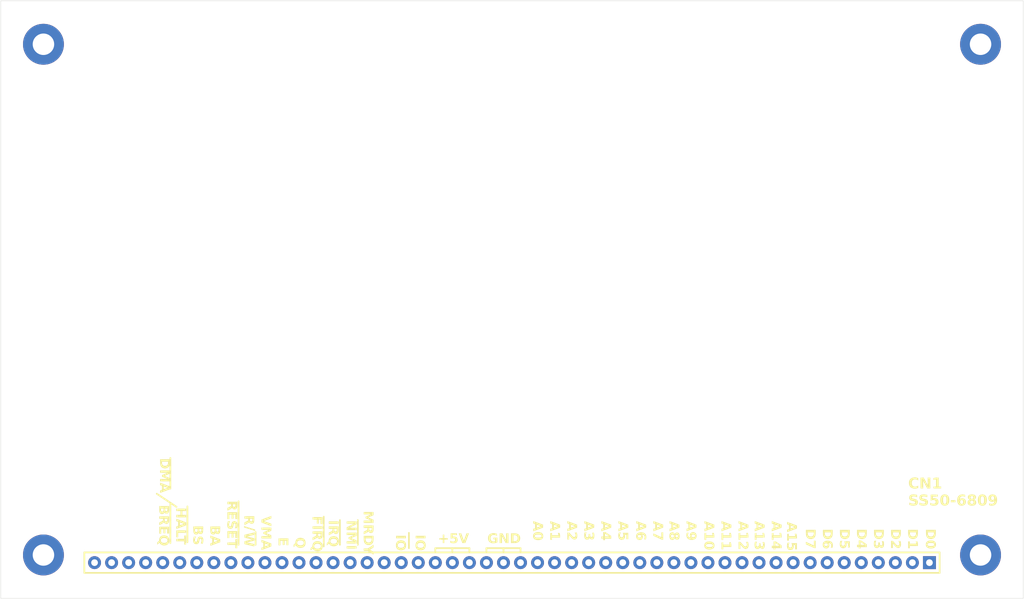
<source format=kicad_pcb>
(kicad_pcb (version 20240108) (generator "pcbnew") (generator_version "8.0")
  (layers (0 "F.Cu" signal "Top Layer") (31 "B.Cu" signal "Bottom Layer") (34 "B.Paste" user "Bottom Paste") (35 "F.Paste" user "Top Paste") (36 "B.SilkS" user "Bottom Overlay") (37 "F.SilkS" user "Top Overlay") (38 "B.Mask" user "Bottom Solder") (39 "F.Mask" user "Top Solder") (44 "Edge.Cuts" user))
  (net 0 "")
  (footprint "" (layer "F.Cu") (at 218.3511 143.1036)
    (property "Reference" "" (at 0 0 0) (layer "F.SilkS") (effects (font (size 1.27 1.27))))
    (property "Value" "")
    (pad "1" thru_hole circle (at 0 0) (size 6.096 6.096) (drill 3.2) (layers "*.Cu" "*.Mask"))
  )
  (footprint "" (layer "F.Cu") (at 78.6511 66.9036)
    (property "Reference" "" (at 0 0 0) (layer "F.SilkS") (effects (font (size 1.27 1.27))))
    (property "Value" "")
    (pad "1" thru_hole circle (at 0 0) (size 6.096 6.096) (drill 3.2) (layers "*.Cu" "*.Mask"))
  )
  (footprint "ThroughHole.PcbLib:SIL50" (layer "F.Cu") (at 210.7311 144.2466 -90)
    (property "Reference" "CN1" (at -10.795 3.175 0) (layer "F.SilkS") (effects (font (size 1.6002 1.6002) (thickness 0.254) (bold yes)) (justify left bottom)))
    (property "Value" "SS50-6809" (at -8.255 3.175 0) (layer "F.SilkS") (effects (font (size 1.6002 1.6002) (thickness 0.254) (bold yes)) (justify left bottom)))
    (fp_line (start -1.524 125.984) (end -1.524 -1.524) (stroke (width 0.254)) (layer "F.SilkS"))
    (fp_line (start 1.524 125.984) (end -1.524 125.984) (stroke (width 0.254)) (layer "F.SilkS"))
    (fp_line (start 1.524 125.984) (end 1.524 -1.524) (stroke (width 0.254)) (layer "F.SilkS"))
    (fp_line (start 1.524 -1.524) (end -1.524 -1.524) (stroke (width 0.254)) (layer "F.SilkS"))
    (pad "1" thru_hole rect (at 0 0 270) (size 1.9304 1.9304) (drill 1) (layers "*.Cu" "*.Mask"))
    (pad "2" thru_hole circle (at 0 2.54 270) (size 1.9304 1.9304) (drill 1) (layers "*.Cu" "*.Mask"))
    (pad "3" thru_hole circle (at 0 5.08 270) (size 1.9304 1.9304) (drill 1) (layers "*.Cu" "*.Mask"))
    (pad "4" thru_hole circle (at 0 7.62 270) (size 1.9304 1.9304) (drill 1) (layers "*.Cu" "*.Mask"))
    (pad "5" thru_hole circle (at 0 10.16 270) (size 1.9304 1.9304) (drill 1) (layers "*.Cu" "*.Mask"))
    (pad "6" thru_hole circle (at 0 12.7 270) (size 1.9304 1.9304) (drill 1) (layers "*.Cu" "*.Mask"))
    (pad "7" thru_hole circle (at 0 15.24 270) (size 1.9304 1.9304) (drill 1) (layers "*.Cu" "*.Mask"))
    (pad "8" thru_hole circle (at 0 17.78 270) (size 1.9304 1.9304) (drill 1) (layers "*.Cu" "*.Mask"))
    (pad "9" thru_hole circle (at 0 20.32 270) (size 1.9304 1.9304) (drill 1) (layers "*.Cu" "*.Mask"))
    (pad "10" thru_hole circle (at 0 22.86 270) (size 1.9304 1.9304) (drill 1) (layers "*.Cu" "*.Mask"))
    (pad "11" thru_hole circle (at 0 25.4 270) (size 1.9304 1.9304) (drill 1) (layers "*.Cu" "*.Mask"))
    (pad "12" thru_hole circle (at 0 27.94 270) (size 1.9304 1.9304) (drill 1) (layers "*.Cu" "*.Mask"))
    (pad "13" thru_hole circle (at 0 30.48 270) (size 1.9304 1.9304) (drill 1) (layers "*.Cu" "*.Mask"))
    (pad "14" thru_hole circle (at 0 33.02 270) (size 1.9304 1.9304) (drill 1) (layers "*.Cu" "*.Mask"))
    (pad "15" thru_hole circle (at 0 35.56 270) (size 1.9304 1.9304) (drill 1) (layers "*.Cu" "*.Mask"))
    (pad "16" thru_hole circle (at 0 38.1 270) (size 1.9304 1.9304) (drill 1) (layers "*.Cu" "*.Mask"))
    (pad "17" thru_hole circle (at 0 40.64 270) (size 1.9304 1.9304) (drill 1) (layers "*.Cu" "*.Mask"))
    (pad "18" thru_hole circle (at 0 43.18 270) (size 1.9304 1.9304) (drill 1) (layers "*.Cu" "*.Mask"))
    (pad "19" thru_hole circle (at 0 45.72 270) (size 1.9304 1.9304) (drill 1) (layers "*.Cu" "*.Mask"))
    (pad "20" thru_hole circle (at 0 48.26 270) (size 1.9304 1.9304) (drill 1) (layers "*.Cu" "*.Mask"))
    (pad "21" thru_hole circle (at 0 50.8 270) (size 1.9304 1.9304) (drill 1) (layers "*.Cu" "*.Mask"))
    (pad "22" thru_hole circle (at 0 53.34 270) (size 1.9304 1.9304) (drill 1) (layers "*.Cu" "*.Mask"))
    (pad "23" thru_hole circle (at 0 55.88 270) (size 1.9304 1.9304) (drill 1) (layers "*.Cu" "*.Mask"))
    (pad "24" thru_hole circle (at 0 58.42 270) (size 1.9304 1.9304) (drill 1) (layers "*.Cu" "*.Mask"))
    (pad "25" thru_hole circle (at 0 60.96 270) (size 1.9304 1.9304) (drill 1) (layers "*.Cu" "*.Mask"))
    (pad "26" thru_hole circle (at 0 63.5 270) (size 1.9304 1.9304) (drill 1) (layers "*.Cu" "*.Mask"))
    (pad "27" thru_hole circle (at 0 66.04 270) (size 1.9304 1.9304) (drill 1) (layers "*.Cu" "*.Mask"))
    (pad "28" thru_hole circle (at 0 68.58 270) (size 1.9304 1.9304) (drill 1) (layers "*.Cu" "*.Mask"))
    (pad "29" thru_hole circle (at 0 71.12 270) (size 1.9304 1.9304) (drill 1) (layers "*.Cu" "*.Mask"))
    (pad "30" thru_hole circle (at 0 73.66 270) (size 1.9304 1.9304) (drill 1) (layers "*.Cu" "*.Mask"))
    (pad "31" thru_hole circle (at 0 76.2 270) (size 1.9304 1.9304) (drill 1) (layers "*.Cu" "*.Mask"))
    (pad "32" thru_hole circle (at 0 78.74 270) (size 1.9304 1.9304) (drill 1) (layers "*.Cu" "*.Mask"))
    (pad "33" thru_hole circle (at 0 81.28 270) (size 1.9304 1.9304) (drill 1) (layers "*.Cu" "*.Mask"))
    (pad "34" thru_hole circle (at 0 83.82 270) (size 1.9304 1.9304) (drill 1) (layers "*.Cu" "*.Mask"))
    (pad "35" thru_hole circle (at 0 86.36 270) (size 1.9304 1.9304) (drill 1) (layers "*.Cu" "*.Mask"))
    (pad "36" thru_hole circle (at 0 88.9 270) (size 1.9304 1.9304) (drill 1) (layers "*.Cu" "*.Mask"))
    (pad "37" thru_hole circle (at 0 91.44 270) (size 1.9304 1.9304) (drill 1) (layers "*.Cu" "*.Mask"))
    (pad "38" thru_hole circle (at 0 93.98 270) (size 1.9304 1.9304) (drill 1) (layers "*.Cu" "*.Mask"))
    (pad "39" thru_hole circle (at 0 96.52 270) (size 1.9304 1.9304) (drill 1) (layers "*.Cu" "*.Mask"))
    (pad "40" thru_hole circle (at 0 99.06 270) (size 1.9304 1.9304) (drill 1) (layers "*.Cu" "*.Mask"))
    (pad "41" thru_hole circle (at 0 101.6 270) (size 1.9304 1.9304) (drill 1) (layers "*.Cu" "*.Mask"))
    (pad "42" thru_hole circle (at 0 104.14 270) (size 1.9304 1.9304) (drill 1) (layers "*.Cu" "*.Mask"))
    (pad "43" thru_hole circle (at 0 106.68 270) (size 1.9304 1.9304) (drill 1) (layers "*.Cu" "*.Mask"))
    (pad "44" thru_hole circle (at 0 109.22 270) (size 1.9304 1.9304) (drill 1) (layers "*.Cu" "*.Mask"))
    (pad "45" thru_hole circle (at 0 111.76 270) (size 1.9304 1.9304) (drill 1) (layers "*.Cu" "*.Mask"))
    (pad "46" thru_hole circle (at 0 114.3 270) (size 1.9304 1.9304) (drill 1) (layers "*.Cu" "*.Mask"))
    (pad "47" thru_hole circle (at 0 116.84 270) (size 1.9304 1.9304) (drill 1) (layers "*.Cu" "*.Mask"))
    (pad "48" thru_hole circle (at 0 119.38 270) (size 1.9304 1.9304) (drill 1) (layers "*.Cu" "*.Mask"))
    (pad "49" thru_hole circle (at 0 121.92 270) (size 1.9304 1.9304) (drill 1) (layers "*.Cu" "*.Mask"))
    (pad "50" thru_hole circle (at 0 124.46 270) (size 1.9304 1.9304) (drill 1) (layers "*.Cu" "*.Mask"))
  )
  (footprint "" (layer "F.Cu") (at 218.3511 66.9036)
    (property "Reference" "" (at 0 0 0) (layer "F.SilkS") (effects (font (size 1.27 1.27))))
    (property "Value" "")
    (pad "1" thru_hole circle (at 0 0) (size 6.096 6.096) (drill 3.2) (layers "*.Cu" "*.Mask"))
  )
  (footprint "" (layer "F.Cu") (at 78.6511 143.1036)
    (property "Reference" "" (at 0 0 0) (layer "F.SilkS") (effects (font (size 1.27 1.27))))
    (property "Value" "")
    (pad "1" thru_hole circle (at 0 0) (size 6.096 6.096) (drill 3.2) (layers "*.Cu" "*.Mask"))
  )
  (gr_line (start 100.1141 141.1986) (end 100.1141 135.8646) (stroke (width 0.254)) (layer "F.SilkS"))
  (gr_line (start 122.8471 141.5796) (end 122.8471 137.8966) (stroke (width 0.254)) (layer "F.SilkS"))
  (gr_line (start 97.5741 133.1976) (end 97.5741 128.6256) (stroke (width 0.254)) (layer "F.SilkS"))
  (gr_line (start 147.2311 142.5956) (end 147.2311 142.0876) (stroke (width 0.254)) (layer "F.SilkS"))
  (gr_line (start 144.6911 142.0876) (end 149.7711 142.0876) (stroke (width 0.254)) (layer "F.SilkS"))
  (gr_line (start 107.7341 141.5796) (end 107.7341 135.1026) (stroke (width 0.254)) (layer "F.SilkS"))
  (gr_line (start 149.7711 142.5956) (end 149.7711 142.0876) (stroke (width 0.254)) (layer "F.SilkS"))
  (gr_line (start 144.6911 142.5956) (end 144.6911 142.0876) (stroke (width 0.254)) (layer "F.SilkS"))
  (gr_line (start 137.0711 142.0876) (end 142.1511 142.0876) (stroke (width 0.254)) (layer "F.SilkS"))
  (gr_line (start 125.5141 141.5796) (end 125.5141 137.8966) (stroke (width 0.254)) (layer "F.SilkS"))
  (gr_line (start 137.0711 142.5956) (end 137.0711 142.0876) (stroke (width 0.254)) (layer "F.SilkS"))
  (gr_line (start 110.2741 141.5796) (end 110.2741 139.6746) (stroke (width 0.254)) (layer "F.SilkS"))
  (gr_line (start 97.5741 141.3256) (end 97.5741 135.4836) (stroke (width 0.254)) (layer "F.SilkS"))
  (gr_line (start 120.4341 141.8336) (end 120.4341 137.3886) (stroke (width 0.254)) (layer "F.SilkS"))
  (gr_line (start 133.1341 142.0876) (end 133.1341 139.8016) (stroke (width 0.254)) (layer "F.SilkS"))
  (gr_line (start 142.1511 142.5956) (end 142.1511 142.0876) (stroke (width 0.254)) (layer "F.SilkS"))
  (gr_line (start 139.6111 142.5956) (end 139.6111 142.0876) (stroke (width 0.254)) (layer "F.SilkS"))
  (gr_line (start 224.7011 60.4266) (end 72.3011 60.4266) (stroke (width 0.05)) (layer "Edge.Cuts"))
  (gr_line (start 72.3011 149.5806) (end 224.7011 149.5806) (stroke (width 0.05)) (layer "Edge.Cuts"))
  (gr_line (start 72.3011 60.4266) (end 72.3011 149.5806) (stroke (width 0.05)) (layer "Edge.Cuts"))
  (gr_line (start 224.7011 149.5806) (end 224.7011 60.4266) (stroke (width 0.05)) (layer "Edge.Cuts"))
  (gr_text "IO" (at 130.9751 140.0556 270) (layer "F.SilkS") (effects (font (size 1.44018 1.44018) (thickness 0.254) (bold yes)) (justify left bottom)))
  (gr_text "D0" (at 209.9691 139.1666 270) (layer "F.SilkS") (effects (font (size 1.44018 1.44018) (thickness 0.254) (bold yes)) (justify left bottom)))
  (gr_text "D1" (at 207.3021 139.1666 270) (layer "F.SilkS") (effects (font (size 1.44018 1.44018) (thickness 0.254) (bold yes)) (justify left bottom)))
  (gr_text "D6" (at 194.6021 139.1666 270) (layer "F.SilkS") (effects (font (size 1.44018 1.44018) (thickness 0.254) (bold yes)) (justify left bottom)))
  (gr_text "IO" (at 133.8961 140.0556 270) (layer "F.SilkS") (effects (font (size 1.44018 1.44018) (thickness 0.254) (bold yes)) (justify left bottom)))
  (gr_text "DMA" (at 95.7961 128.6256 270) (layer "F.SilkS") (effects (font (size 1.44018 1.44018) (thickness 0.254) (bold yes)) (justify left bottom)))
  (gr_text "A1" (at 153.9621 138.0236 270) (layer "F.SilkS") (effects (font (size 1.44018 1.44018) (thickness 0.254) (bold yes)) (justify left bottom)))
  (gr_text "E" (at 113.4491 140.4366 270) (layer "F.SilkS") (effects (font (size 1.44018 1.44018) (thickness 0.254) (bold yes)) (justify left bottom)))
  (gr_text "VMA" (at 110.9091 137.2616 270) (layer "F.SilkS") (effects (font (size 1.44018 1.44018) (thickness 0.254) (bold yes)) (justify left bottom)))
  (gr_text "RESET" (at 105.8291 134.9756 270) (layer "F.SilkS") (effects (font (size 1.44018 1.44018) (thickness 0.254) (bold yes)) (justify left bottom)))
  (gr_text "HALT" (at 98.2091 135.9916 270) (layer "F.SilkS") (effects (font (size 1.44018 1.44018) (thickness 0.254) (bold yes)) (justify left bottom)))
  (gr_text "A15" (at 189.2681 138.1506 270) (layer "F.SilkS") (effects (font (size 1.44018 1.44018) (thickness 0.254) (bold yes)) (justify left bottom)))
  (gr_text "D4" (at 199.6821 139.1666 270) (layer "F.SilkS") (effects (font (size 1.44018 1.44018) (thickness 0.254) (bold yes)) (justify left bottom)))
  (gr_text "MRDY" (at 126.1491 136.4996 270) (layer "F.SilkS") (effects (font (size 1.44018 1.44018) (thickness 0.254) (bold yes)) (justify left bottom)))
  (gr_text "A12" (at 182.0291 138.0236 270) (layer "F.SilkS") (effects (font (size 1.44018 1.44018) (thickness 0.254) (bold yes)) (justify left bottom)))
  (gr_text "A4" (at 161.5821 138.0236 270) (layer "F.SilkS") (effects (font (size 1.44018 1.44018) (thickness 0.254) (bold yes)) (justify left bottom)))
  (gr_text "A6" (at 166.7891 138.0236 270) (layer "F.SilkS") (effects (font (size 1.44018 1.44018) (thickness 0.254) (bold yes)) (justify left bottom)))
  (gr_text "A7" (at 169.3291 138.0236 270) (layer "F.SilkS") (effects (font (size 1.44018 1.44018) (thickness 0.254) (bold yes)) (justify left bottom)))
  (gr_text "Q" (at 115.9891 140.4366 270) (layer "F.SilkS") (effects (font (size 1.44018 1.44018) (thickness 0.254) (bold yes)) (justify left bottom)))
  (gr_text "D7" (at 192.0621 139.1666 270) (layer "F.SilkS") (effects (font (size 1.44018 1.44018) (thickness 0.254) (bold yes)) (justify left bottom)))
  (gr_text "A8" (at 171.7421 138.0236 270) (layer "F.SilkS") (effects (font (size 1.44018 1.44018) (thickness 0.254) (bold yes)) (justify left bottom)))
  (gr_text "A9" (at 174.2821 138.0236 270) (layer "F.SilkS") (effects (font (size 1.44018 1.44018) (thickness 0.254) (bold yes)) (justify left bottom)))
  (gr_text "A0" (at 151.4221 138.0236 270) (layer "F.SilkS") (effects (font (size 1.44018 1.44018) (thickness 0.254) (bold yes)) (justify left bottom)))
  (gr_text "D5" (at 197.1421 139.1666 270) (layer "F.SilkS") (effects (font (size 1.44018 1.44018) (thickness 0.254) (bold yes)) (justify left bottom)))
  (gr_text "/" (at 95.7961 133.5786 270) (layer "F.SilkS") (effects (font (size 2.286 2.286) (thickness 0.254) (bold yes)) (justify left bottom)))
  (gr_text "BREQ" (at 95.6691 135.6106 270) (layer "F.SilkS") (effects (font (size 1.44018 1.44018) (thickness 0.254) (bold yes)) (justify left bottom)))
  (gr_text "A2" (at 156.5021 138.0236 270) (layer "F.SilkS") (effects (font (size 1.44018 1.44018) (thickness 0.254) (bold yes)) (justify left bottom)))
  (gr_text "A13" (at 184.4421 138.0236 270) (layer "F.SilkS") (effects (font (size 1.44018 1.44018) (thickness 0.254) (bold yes)) (justify left bottom)))
  (gr_text "FIRQ" (at 118.5291 137.2616 270) (layer "F.SilkS") (effects (font (size 1.44018 1.44018) (thickness 0.254) (bold yes)) (justify left bottom)))
  (gr_text "A11" (at 179.4891 138.0236 270) (layer "F.SilkS") (effects (font (size 1.44018 1.44018) (thickness 0.254) (bold yes)) (justify left bottom)))
  (gr_text "A14" (at 186.9821 138.0236 270) (layer "F.SilkS") (effects (font (size 1.44018 1.44018) (thickness 0.254) (bold yes)) (justify left bottom)))
  (gr_text "IRQ" (at 120.9421 137.8966 270) (layer "F.SilkS") (effects (font (size 1.44018 1.44018) (thickness 0.254) (bold yes)) (justify left bottom)))
  (gr_text "BA" (at 103.2891 138.6586 270) (layer "F.SilkS") (effects (font (size 1.44018 1.44018) (thickness 0.254) (bold yes)) (justify left bottom)))
  (gr_text "BS" (at 100.7491 138.6586 270) (layer "F.SilkS") (effects (font (size 1.44018 1.44018) (thickness 0.254) (bold yes)) (justify left bottom)))
  (gr_text "A5" (at 164.1221 138.0236 270) (layer "F.SilkS") (effects (font (size 1.44018 1.44018) (thickness 0.254) (bold yes)) (justify left bottom)))
  (gr_text "W" (at 108.3691 139.6746 270) (layer "F.SilkS") (effects (font (size 1.44018 1.44018) (thickness 0.254) (bold yes)) (justify left bottom)))
  (gr_text "GND" (at 144.8181 141.5796 360) (layer "F.SilkS") (effects (font (size 1.44018 1.44018) (thickness 0.254) (bold yes)) (justify left bottom)))
  (gr_text "NMI" (at 123.6091 137.8966 270) (layer "F.SilkS") (effects (font (size 1.44018 1.44018) (thickness 0.254) (bold yes)) (justify left bottom)))
  (gr_text "D3" (at 202.2221 139.1666 270) (layer "F.SilkS") (effects (font (size 1.44018 1.44018) (thickness 0.254) (bold yes)) (justify left bottom)))
  (gr_text "/" (at 108.4961 138.7856 270) (layer "F.SilkS") (effects (font (size 1.44018 1.44018) (thickness 0.254) (bold yes)) (justify left bottom)))
  (gr_text "A3" (at 159.0421 138.0236 270) (layer "F.SilkS") (effects (font (size 1.44018 1.44018) (thickness 0.254) (bold yes)) (justify left bottom)))
  (gr_text "D2" (at 204.7621 139.1666 270) (layer "F.SilkS") (effects (font (size 1.44018 1.44018) (thickness 0.254) (bold yes)) (justify left bottom)))
  (gr_text "A10" (at 176.9491 138.0236 270) (layer "F.SilkS") (effects (font (size 1.44018 1.44018) (thickness 0.254) (bold yes)) (justify left bottom)))
  (gr_text "R" (at 108.3691 137.1346 270) (layer "F.SilkS") (effects (font (size 1.44018 1.44018) (thickness 0.254) (bold yes)) (justify left bottom)))
  (gr_text "+5V" (at 137.4521 141.5796 360) (layer "F.SilkS") (effects (font (size 1.44018 1.44018) (thickness 0.254) (bold yes)) (justify left bottom)))
)
</source>
